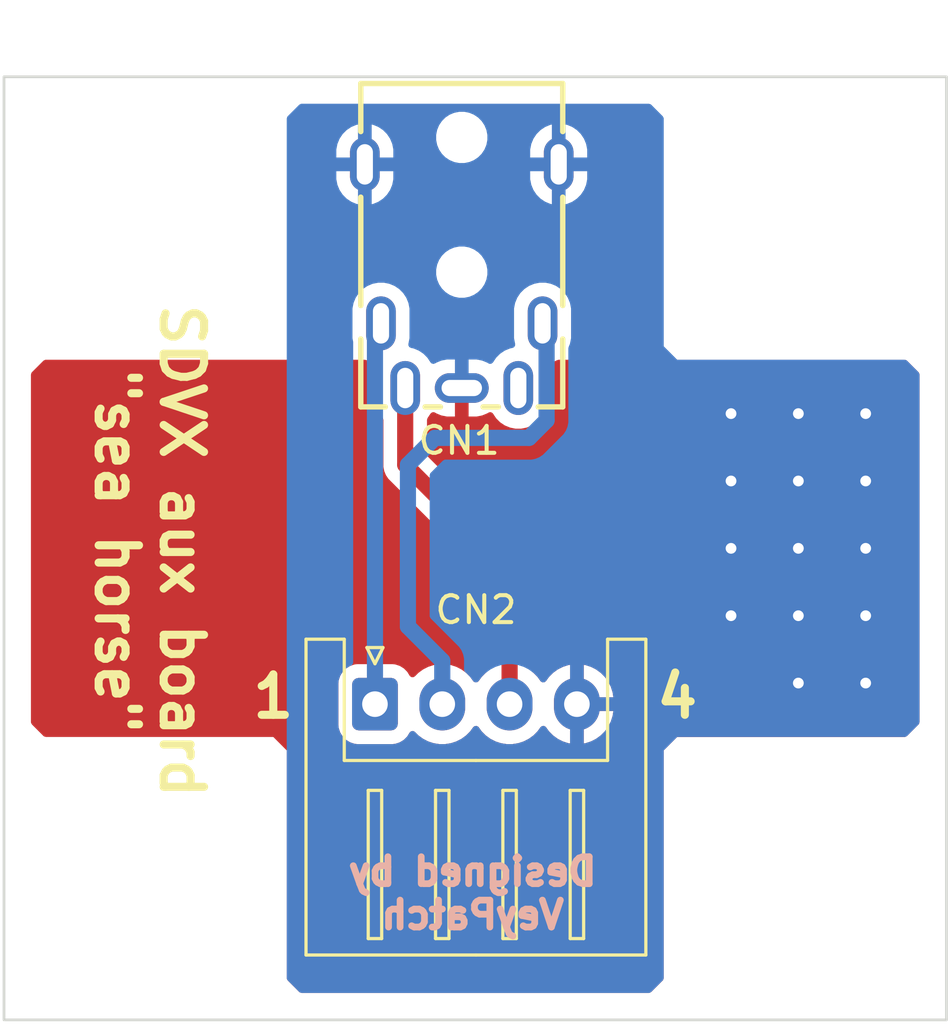
<source format=kicad_pcb>
(kicad_pcb (version 20240108) (generator "pcbnew") (generator_version "8.0")
  (layers (0 "F.Cu" signal) (31 "B.Cu" signal) (34 "B.Paste" user) (35 "F.Paste" user) (36 "B.SilkS" user "B.Silkscreen") (37 "F.SilkS" user "F.Silkscreen") (38 "B.Mask" user) (39 "F.Mask" user) (44 "Edge.Cuts" user))
  (net 0 "")
  (net 1 "GND")
  (net 2 "L")
  (net 3 "SENS")
  (net 4 "R")
  (footprint "MountingHole:MountingHole_3.5mm" (layer "F.Cu") (at 147.5 68.65 180)
    (property "Reference" "H3" (hide yes))
    (property "Value" "MountingHole")
    (pad "" np_thru_hole circle (at 0 0 180) (size 3.5 3.5) (drill 3.5) (layers "*.Cu" "*.Mask"))
  )
  (footprint "MountingHole:MountingHole_3.5mm" (layer "F.Cu") (at 122.5 93.65 180)
    (property "Reference" "H2" (hide yes))
    (property "Value" "MountingHole")
    (pad "" np_thru_hole circle (at 0 0 180) (size 3.5 3.5) (drill 3.5) (layers "*.Cu" "*.Mask"))
  )
  (footprint "SDVX-aux-board:PJ-3910-7A" (layer "F.Cu") (at 134.5 71.1 -90)
    (property "Reference" "CN1" (at 6 0.1 0) (layer "F.SilkS"))
    (property "Value" "AudioJack4_SwitchTR1")
    (fp_line (start -7.25 3.75) (end -5.467 3.75) (stroke (width 0.2)) (layer "F.SilkS"))
    (fp_line (start -3.033 3.75) (end 0.988 3.75) (stroke (width 0.2)) (layer "F.SilkS"))
    (fp_line (start 2.2312 3.75) (end 4.75 3.75) (stroke (width 0.2)) (layer "F.SilkS"))
    (fp_line (start 4.75 2.84) (end 4.75 3.75) (stroke (width 0.2)) (layer "F.SilkS"))
    (fp_line (start 4.75 0.793) (end 4.75 1.36) (stroke (width 0.2)) (layer "F.SilkS"))
    (fp_line (start 4.75 -0.793) (end 4.75 -1.36) (stroke (width 0.2)) (layer "F.SilkS"))
    (fp_line (start 4.75 -2.84) (end 4.75 -3.75) (stroke (width 0.2)) (layer "F.SilkS"))
    (fp_line (start -7.25 -3.75) (end -7.25 3.75) (stroke (width 0.2)) (layer "F.SilkS"))
    (fp_line (start -7.25 -3.75) (end -5.467 -3.75) (stroke (width 0.2)) (layer "F.SilkS"))
    (fp_line (start -3.033 -3.75) (end 0.988 -3.75) (stroke (width 0.2)) (layer "F.SilkS"))
    (fp_line (start 2.2312 -3.75) (end 4.75 -3.75) (stroke (width 0.2)) (layer "F.SilkS"))
    (pad "" np_thru_hole circle (at -5.25 0 270) (size 1.4 1.4) (drill 1.4) (layers "F&B.Cu"))
    (pad "" np_thru_hole circle (at -0.25 0 270) (size 1.4 1.4) (drill 1.4) (layers "F&B.Cu"))
    (pad "R1" thru_hole oval (at 1.65 3 270) (size 2 1.1) (drill oval 1.5 0.6) (layers "*.Cu" "*.Mask") (net 4 "R"))
    (pad "R1N" thru_hole oval (at 4.05 2.1 270) (size 2 1.1) (drill oval 1.5 0.6) (layers "*.Cu" "*.Mask") (net 3 "SENS"))
    (pad "R2" thru_hole oval (at -4.25 -3.6 270) (size 2 1.1) (drill oval 1.5 0.6) (layers "*.Cu" "*.Mask") (net 1 "GND"))
    (pad "R2" thru_hole oval (at -4.25 3.6 270) (size 2 1.1) (drill oval 1.5 0.6) (layers "*.Cu" "*.Mask") (net 1 "GND"))
    (pad "S" thru_hole oval (at 4.05 0) (size 2 1.1) (drill oval 1.5 0.6) (layers "*.Cu" "*.Mask") (net 1 "GND"))
    (pad "T" thru_hole oval (at 1.65 -3 270) (size 2 1.1) (drill oval 1.5 0.6) (layers "*.Cu" "*.Mask") (net 2 "L"))
    (pad "TN" thru_hole oval (at 4.05 -2.1 270) (size 2 1.1) (drill oval 1.5 0.6) (layers "*.Cu" "*.Mask"))
  )
  (footprint "MountingHole:MountingHole_3.5mm" (layer "F.Cu") (at 122.5 68.65 180)
    (property "Reference" "H4" (hide yes))
    (property "Value" "MountingHole")
    (pad "" np_thru_hole circle (at 0 0 180) (size 3.5 3.5) (drill 3.5) (layers "*.Cu" "*.Mask"))
  )
  (footprint "MountingHole:MountingHole_3.5mm" (layer "F.Cu") (at 147.5 93.65 180)
    (property "Reference" "H1" (hide yes))
    (property "Value" "MountingHole")
    (pad "" np_thru_hole circle (at 0 0 180) (size 3.5 3.5) (drill 3.5) (layers "*.Cu" "*.Mask"))
  )
  (footprint "Connector_JST:JST_XH_S4B-XH-A_1x04_P2.50mm_Horizontal" (layer "F.Cu") (at 131.276 86.882)
    (property "Reference" "CN2" (at 3.75 -3.5 0) (layer "F.SilkS"))
    (property "Value" "Conn_01x04")
    (fp_line (start -2.56 -2.41) (end -1.14 -2.41) (stroke (width 0.12)) (layer "F.SilkS"))
    (fp_line (start -2.56 9.31) (end -2.56 -2.41) (stroke (width 0.12)) (layer "F.SilkS"))
    (fp_line (start -1.14 -2.41) (end -1.14 2.09) (stroke (width 0.12)) (layer "F.SilkS"))
    (fp_line (start -1.14 2.09) (end 3.75 2.09) (stroke (width 0.12)) (layer "F.SilkS"))
    (fp_line (start -0.3 -2.1) (end 0.3 -2.1) (stroke (width 0.12)) (layer "F.SilkS"))
    (fp_line (start -0.25 3.2) (end -0.25 8.7) (stroke (width 0.12)) (layer "F.SilkS"))
    (fp_line (start -0.25 8.7) (end 0.25 8.7) (stroke (width 0.12)) (layer "F.SilkS"))
    (fp_line (start 0 -1.5) (end -0.3 -2.1) (stroke (width 0.12)) (layer "F.SilkS"))
    (fp_line (start 0.25 3.2) (end -0.25 3.2) (stroke (width 0.12)) (layer "F.SilkS"))
    (fp_line (start 0.25 8.7) (end 0.25 3.2) (stroke (width 0.12)) (layer "F.SilkS"))
    (fp_line (start 0.3 -2.1) (end 0 -1.5) (stroke (width 0.12)) (layer "F.SilkS"))
    (fp_line (start 2.25 3.2) (end 2.25 8.7) (stroke (width 0.12)) (layer "F.SilkS"))
    (fp_line (start 2.25 8.7) (end 2.75 8.7) (stroke (width 0.12)) (layer "F.SilkS"))
    (fp_line (start 2.75 3.2) (end 2.25 3.2) (stroke (width 0.12)) (layer "F.SilkS"))
    (fp_line (start 2.75 8.7) (end 2.75 3.2) (stroke (width 0.12)) (layer "F.SilkS"))
    (fp_line (start 3.75 9.31) (end -2.56 9.31) (stroke (width 0.12)) (layer "F.SilkS"))
    (fp_line (start 3.75 9.31) (end 10.06 9.31) (stroke (width 0.12)) (layer "F.SilkS"))
    (fp_line (start 4.75 3.2) (end 4.75 8.7) (stroke (width 0.12)) (layer "F.SilkS"))
    (fp_line (start 4.75 8.7) (end 5.25 8.7) (stroke (width 0.12)) (layer "F.SilkS"))
    (fp_line (start 5.25 3.2) (end 4.75 3.2) (stroke (width 0.12)) (layer "F.SilkS"))
    (fp_line (start 5.25 8.7) (end 5.25 3.2) (stroke (width 0.12)) (layer "F.SilkS"))
    (fp_line (start 7.25 3.2) (end 7.25 8.7) (stroke (width 0.12)) (layer "F.SilkS"))
    (fp_line (start 7.25 8.7) (end 7.75 8.7) (stroke (width 0.12)) (layer "F.SilkS"))
    (fp_line (start 7.75 3.2) (end 7.25 3.2) (stroke (width 0.12)) (layer "F.SilkS"))
    (fp_line (start 7.75 8.7) (end 7.75 3.2) (stroke (width 0.12)) (layer "F.SilkS"))
    (fp_line (start 8.64 -2.41) (end 8.64 2.09) (stroke (width 0.12)) (layer "F.SilkS"))
    (fp_line (start 8.64 2.09) (end 3.75 2.09) (stroke (width 0.12)) (layer "F.SilkS"))
    (fp_line (start 10.06 -2.41) (end 8.64 -2.41) (stroke (width 0.12)) (layer "F.SilkS"))
    (fp_line (start 10.06 9.31) (end 10.06 -2.41) (stroke (width 0.12)) (layer "F.SilkS"))
    (pad "1" thru_hole roundrect (at 0 0) (size 1.7 1.95) (drill 0.95) (layers "*.Cu" "*.Mask") (roundrect_rratio 0.1470588235) (net 4 "R"))
    (pad "2" thru_hole oval (at 2.5 0) (size 1.7 1.95) (drill 0.95) (layers "*.Cu" "*.Mask") (net 2 "L"))
    (pad "3" thru_hole oval (at 5 0) (size 1.7 1.95) (drill 0.95) (layers "*.Cu" "*.Mask") (net 3 "SENS"))
    (pad "4" thru_hole oval (at 7.5 0) (size 1.7 1.95) (drill 0.95) (layers "*.Cu" "*.Mask") (net 1 "GND"))
  )
  (gr_rect (start 117.5 63.6) (end 152.5 98.6) (stroke (width 0.1)) (fill none) (layer "Edge.Cuts"))
  (gr_text "Designed by\nVeyPatch" (at 134.9 93.9 0) (layer "B.SilkS") (effects (font (size 1 1) (thickness 0.25)) (justify mirror)))
  (gr_text "1" (at 127.5 86.6 0) (layer "F.SilkS") (effects (font (size 1.5 1.5) (thickness 0.3))))
  (gr_text "SDVX aux board\n{dblquote}sea horse{dblquote}" (at 122.9 81.2 270) (layer "F.SilkS") (effects (font (size 1.5 1.5) (thickness 0.3))))
  (gr_text "4" (at 142.5 86.6 0) (layer "F.SilkS") (effects (font (size 1.5 1.5) (thickness 0.3))))
  (via (at 149.5 78.6) (size 0.8) (drill 0.4) (layers "F.Cu" "B.Cu") (net 1))
  (via (at 144.5 83.6) (size 0.8) (drill 0.4) (layers "F.Cu" "B.Cu") (net 1))
  (via (at 149.5 81.1) (size 0.8) (drill 0.4) (layers "F.Cu" "B.Cu") (net 1))
  (via (at 147 83.6) (size 0.8) (drill 0.4) (layers "F.Cu" "B.Cu") (net 1))
  (via (at 147 86.1) (size 0.8) (drill 0.4) (layers "F.Cu" "B.Cu") (net 1))
  (via (at 149.5 76.1) (size 0.8) (drill 0.4) (layers "F.Cu" "B.Cu") (net 1))
  (via (at 144.5 76.1) (size 0.8) (drill 0.4) (layers "F.Cu" "B.Cu") (net 1))
  (via (at 149.5 86.1) (size 0.8) (drill 0.4) (layers "F.Cu" "B.Cu") (net 1))
  (via (at 144.5 78.6) (size 0.8) (drill 0.4) (layers "F.Cu" "B.Cu") (net 1))
  (via (at 144.5 81.1) (size 0.8) (drill 0.4) (layers "F.Cu" "B.Cu") (net 1))
  (via (at 147 78.6) (size 0.8) (drill 0.4) (layers "F.Cu" "B.Cu") (net 1))
  (via (at 149.5 83.6) (size 0.8) (drill 0.4) (layers "F.Cu" "B.Cu") (net 1))
  (via (at 147 76.1) (size 0.8) (drill 0.4) (layers "F.Cu" "B.Cu") (net 1))
  (via (at 147 81.1) (size 0.8) (drill 0.4) (layers "F.Cu" "B.Cu") (net 1))
  (segment (start 137.65 76.35) (end 137 77) (width 0.6) (layer "B.Cu") (net 2))
  (segment (start 132.5 78) (end 132.5 84) (width 0.6) (layer "B.Cu") (net 2))
  (segment (start 137.5 72.75) (end 137.65 72.9) (width 0.6) (layer "B.Cu") (net 2))
  (segment (start 137 77) (end 133.5 77) (width 0.6) (layer "B.Cu") (net 2))
  (segment (start 132.5 84) (end 133.776 85.276) (width 0.6) (layer "B.Cu") (net 2))
  (segment (start 133.776 85.276) (end 133.776 86.882) (width 0.6) (layer "B.Cu") (net 2))
  (segment (start 137.65 72.9) (end 137.65 76.35) (width 0.6) (layer "B.Cu") (net 2))
  (segment (start 133.5 77) (end 132.5 78) (width 0.6) (layer "B.Cu") (net 2))
  (segment (start 132.4 78) (end 136.276 81.876) (width 0.6) (layer "F.Cu") (net 3))
  (segment (start 132.4 75.15) (end 132.4 78) (width 0.6) (layer "F.Cu") (net 3))
  (segment (start 136.276 81.876) (end 136.276 86.882) (width 0.6) (layer "F.Cu") (net 3))
  (segment (start 131.276 72.974) (end 131.5 72.75) (width 0.6) (layer "B.Cu") (net 4))
  (segment (start 131.276 86.882) (end 131.276 72.974) (width 0.6) (layer "B.Cu") (net 4))
  (segment (start 131.284315 86.873685) (end 131.276 86.882) (width 0.6) (layer "B.Cu") (net 4))
  (zone (net 1) (net_name "GND") (layer "F.Cu") (connect_pads (clearance 0.508)) (min_thickness 0.254) (fill yes (thermal_gap 0.508) (thermal_bridge_width 0.508))
    (polygon (pts (xy 128 97.1) (xy 128 88.6) (xy 127.5 88.1) (xy 119 88.1) (xy 118.5 87.6) (xy 118.5 74.6) (xy 119 74.1) (xy 151 74.1) (xy 151.5 74.6) (xy 151.5 87.6) (xy 151 88.1) (xy 142.5 88.1) (xy 142 88.6) (xy 142 97.1) (xy 141.5 97.6) (xy 128.5 97.6)))
  )
  (zone (net 1) (net_name "GND") (layer "B.Cu") (connect_pads (clearance 0.508)) (min_thickness 0.254) (fill yes (thermal_gap 0.508) (thermal_bridge_width 0.508))
    (polygon (pts (xy 151 74.1) (xy 142.5 74.1) (xy 142 73.6) (xy 142 65.1) (xy 141.5 64.6) (xy 128.5 64.6) (xy 128 65.1) (xy 128 97.1) (xy 128.5 97.6) (xy 141.5 97.6) (xy 142 97.1) (xy 142 88.6) (xy 142.5 88.1) (xy 151 88.1) (xy 151.5 87.6) (xy 151.5 74.6)))
  )
)
</source>
